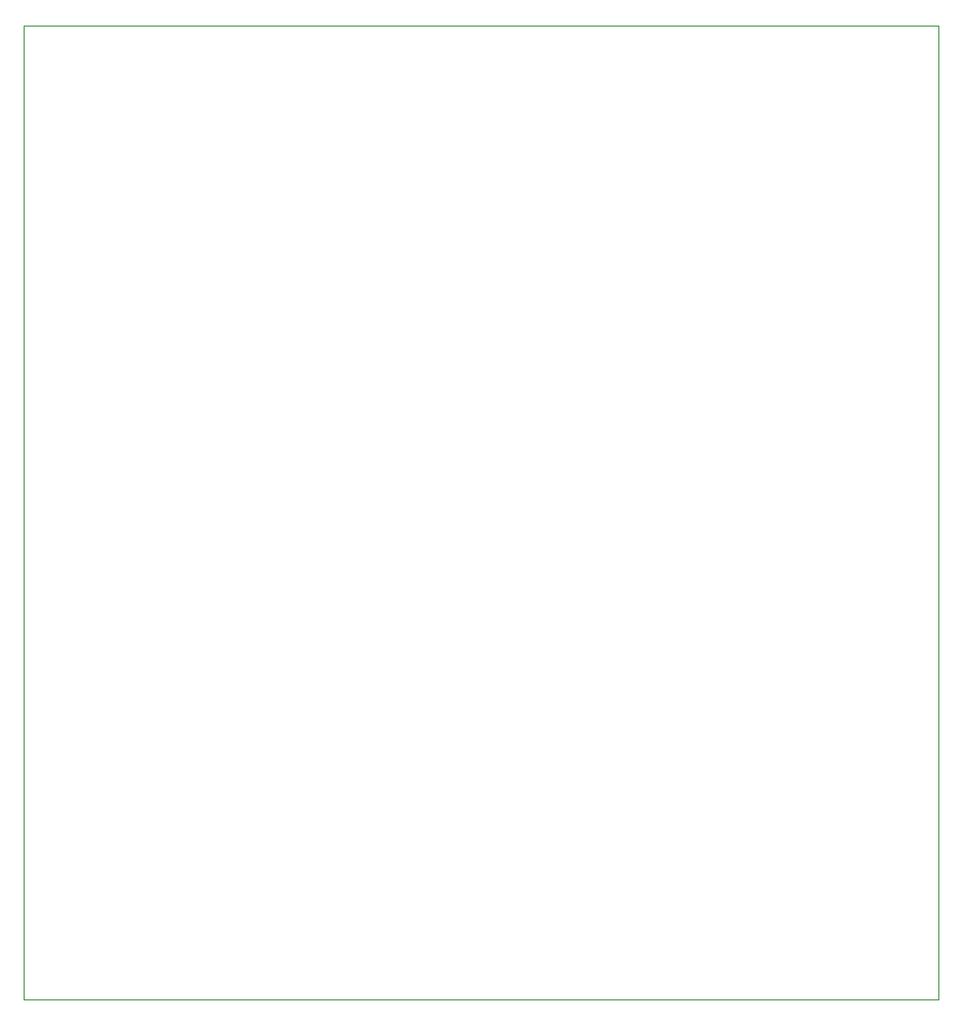
<source format=gbr>
%TF.GenerationSoftware,KiCad,Pcbnew,8.0.8*%
%TF.CreationDate,2026-01-29T15:05:23+11:00*%
%TF.ProjectId,lfo_rw,6c666f5f-7277-42e6-9b69-6361645f7063,rev?*%
%TF.SameCoordinates,PX8b48bd0PY38ecc10*%
%TF.FileFunction,Profile,NP*%
%FSLAX46Y46*%
G04 Gerber Fmt 4.6, Leading zero omitted, Abs format (unit mm)*
G04 Created by KiCad (PCBNEW 8.0.8) date 2026-01-29 15:05:23*
%MOMM*%
%LPD*%
G01*
G04 APERTURE LIST*
%TA.AperFunction,Profile*%
%ADD10C,0.100000*%
%TD*%
G04 APERTURE END LIST*
D10*
X-74930000Y3810000D02*
X3810000Y3810000D01*
X3810000Y-80010000D01*
X-74930000Y-80010000D01*
X-74930000Y3810000D01*
M02*

</source>
